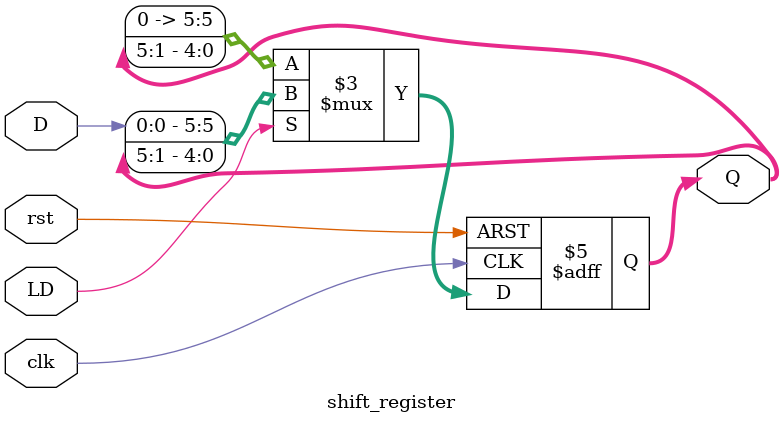
<source format=v>
module shift_register (
    input wire clk,
    input wire rst,
    input wire LD,
    input wire D,
    output reg [5:0] Q
);

always @(posedge clk or posedge rst) begin
    if (rst)
        Q <= 6'b0;
    else if (LD)
        Q[5:0] <= {D, Q[5:1]};
    else
        Q[5:0] <= {1'b0, Q[5:1]};
end

endmodule

</source>
